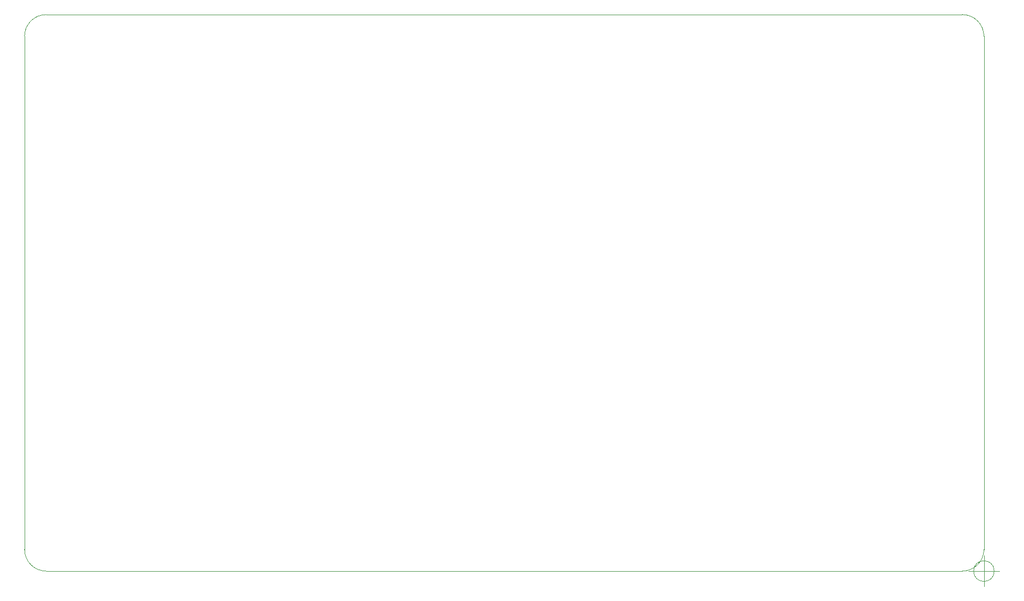
<source format=gbr>
G04 #@! TF.GenerationSoftware,KiCad,Pcbnew,(6.0.7)*
G04 #@! TF.CreationDate,2022-11-25T21:32:16+05:30*
G04 #@! TF.ProjectId,GPI-Tally-Interface-Board,4750492d-5461-46c6-9c79-2d496e746572,rev?*
G04 #@! TF.SameCoordinates,Original*
G04 #@! TF.FileFunction,Profile,NP*
%FSLAX46Y46*%
G04 Gerber Fmt 4.6, Leading zero omitted, Abs format (unit mm)*
G04 Created by KiCad (PCBNEW (6.0.7)) date 2022-11-25 21:32:16*
%MOMM*%
%LPD*%
G01*
G04 APERTURE LIST*
G04 #@! TA.AperFunction,Profile*
%ADD10C,0.050000*%
G04 #@! TD*
G04 APERTURE END LIST*
D10*
X61025000Y-53200000D02*
X61025000Y-136200000D01*
X212525000Y-49700000D02*
X64525000Y-49700000D01*
X216025000Y-53200000D02*
G75*
G03*
X212525000Y-49700000I-3500000J0D01*
G01*
X212525000Y-139700000D02*
G75*
G03*
X216025000Y-136200000I0J3500000D01*
G01*
X64525000Y-139700000D02*
X212525000Y-139700000D01*
X216025000Y-136200000D02*
X216025000Y-53200000D01*
X64525000Y-49700000D02*
G75*
G03*
X61025000Y-53200000I0J-3500000D01*
G01*
X61025000Y-136200000D02*
G75*
G03*
X64525000Y-139700000I3500000J0D01*
G01*
X217691666Y-139700000D02*
G75*
G03*
X217691666Y-139700000I-1666666J0D01*
G01*
X213525000Y-139700000D02*
X218525000Y-139700000D01*
X216025000Y-137200000D02*
X216025000Y-142200000D01*
M02*

</source>
